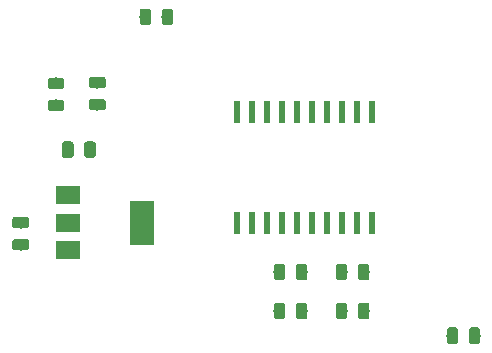
<source format=gbr>
G04 #@! TF.GenerationSoftware,KiCad,Pcbnew,(5.0.2)-1*
G04 #@! TF.CreationDate,2019-03-21T15:49:39-05:00*
G04 #@! TF.ProjectId,noname,6e6f6e61-6d65-42e6-9b69-6361645f7063,rev?*
G04 #@! TF.SameCoordinates,Original*
G04 #@! TF.FileFunction,Paste,Bot*
G04 #@! TF.FilePolarity,Positive*
%FSLAX46Y46*%
G04 Gerber Fmt 4.6, Leading zero omitted, Abs format (unit mm)*
G04 Created by KiCad (PCBNEW (5.0.2)-1) date 3/21/2019 3:49:39 PM*
%MOMM*%
%LPD*%
G01*
G04 APERTURE LIST*
%ADD10C,0.100000*%
%ADD11C,0.975000*%
%ADD12R,2.000000X3.800000*%
%ADD13R,2.000000X1.500000*%
%ADD14R,0.600000X1.950000*%
G04 APERTURE END LIST*
D10*
G04 #@! TO.C,C10*
G36*
X151830142Y-97551174D02*
X151853803Y-97554684D01*
X151877007Y-97560496D01*
X151899529Y-97568554D01*
X151921153Y-97578782D01*
X151941670Y-97591079D01*
X151960883Y-97605329D01*
X151978607Y-97621393D01*
X151994671Y-97639117D01*
X152008921Y-97658330D01*
X152021218Y-97678847D01*
X152031446Y-97700471D01*
X152039504Y-97722993D01*
X152045316Y-97746197D01*
X152048826Y-97769858D01*
X152050000Y-97793750D01*
X152050000Y-98706250D01*
X152048826Y-98730142D01*
X152045316Y-98753803D01*
X152039504Y-98777007D01*
X152031446Y-98799529D01*
X152021218Y-98821153D01*
X152008921Y-98841670D01*
X151994671Y-98860883D01*
X151978607Y-98878607D01*
X151960883Y-98894671D01*
X151941670Y-98908921D01*
X151921153Y-98921218D01*
X151899529Y-98931446D01*
X151877007Y-98939504D01*
X151853803Y-98945316D01*
X151830142Y-98948826D01*
X151806250Y-98950000D01*
X151318750Y-98950000D01*
X151294858Y-98948826D01*
X151271197Y-98945316D01*
X151247993Y-98939504D01*
X151225471Y-98931446D01*
X151203847Y-98921218D01*
X151183330Y-98908921D01*
X151164117Y-98894671D01*
X151146393Y-98878607D01*
X151130329Y-98860883D01*
X151116079Y-98841670D01*
X151103782Y-98821153D01*
X151093554Y-98799529D01*
X151085496Y-98777007D01*
X151079684Y-98753803D01*
X151076174Y-98730142D01*
X151075000Y-98706250D01*
X151075000Y-97793750D01*
X151076174Y-97769858D01*
X151079684Y-97746197D01*
X151085496Y-97722993D01*
X151093554Y-97700471D01*
X151103782Y-97678847D01*
X151116079Y-97658330D01*
X151130329Y-97639117D01*
X151146393Y-97621393D01*
X151164117Y-97605329D01*
X151183330Y-97591079D01*
X151203847Y-97578782D01*
X151225471Y-97568554D01*
X151247993Y-97560496D01*
X151271197Y-97554684D01*
X151294858Y-97551174D01*
X151318750Y-97550000D01*
X151806250Y-97550000D01*
X151830142Y-97551174D01*
X151830142Y-97551174D01*
G37*
D11*
X151562500Y-98250000D03*
D10*
G36*
X153705142Y-97551174D02*
X153728803Y-97554684D01*
X153752007Y-97560496D01*
X153774529Y-97568554D01*
X153796153Y-97578782D01*
X153816670Y-97591079D01*
X153835883Y-97605329D01*
X153853607Y-97621393D01*
X153869671Y-97639117D01*
X153883921Y-97658330D01*
X153896218Y-97678847D01*
X153906446Y-97700471D01*
X153914504Y-97722993D01*
X153920316Y-97746197D01*
X153923826Y-97769858D01*
X153925000Y-97793750D01*
X153925000Y-98706250D01*
X153923826Y-98730142D01*
X153920316Y-98753803D01*
X153914504Y-98777007D01*
X153906446Y-98799529D01*
X153896218Y-98821153D01*
X153883921Y-98841670D01*
X153869671Y-98860883D01*
X153853607Y-98878607D01*
X153835883Y-98894671D01*
X153816670Y-98908921D01*
X153796153Y-98921218D01*
X153774529Y-98931446D01*
X153752007Y-98939504D01*
X153728803Y-98945316D01*
X153705142Y-98948826D01*
X153681250Y-98950000D01*
X153193750Y-98950000D01*
X153169858Y-98948826D01*
X153146197Y-98945316D01*
X153122993Y-98939504D01*
X153100471Y-98931446D01*
X153078847Y-98921218D01*
X153058330Y-98908921D01*
X153039117Y-98894671D01*
X153021393Y-98878607D01*
X153005329Y-98860883D01*
X152991079Y-98841670D01*
X152978782Y-98821153D01*
X152968554Y-98799529D01*
X152960496Y-98777007D01*
X152954684Y-98753803D01*
X152951174Y-98730142D01*
X152950000Y-98706250D01*
X152950000Y-97793750D01*
X152951174Y-97769858D01*
X152954684Y-97746197D01*
X152960496Y-97722993D01*
X152968554Y-97700471D01*
X152978782Y-97678847D01*
X152991079Y-97658330D01*
X153005329Y-97639117D01*
X153021393Y-97621393D01*
X153039117Y-97605329D01*
X153058330Y-97591079D01*
X153078847Y-97578782D01*
X153100471Y-97568554D01*
X153122993Y-97560496D01*
X153146197Y-97554684D01*
X153169858Y-97551174D01*
X153193750Y-97550000D01*
X153681250Y-97550000D01*
X153705142Y-97551174D01*
X153705142Y-97551174D01*
G37*
D11*
X153437500Y-98250000D03*
G04 #@! TD*
D10*
G04 #@! TO.C,C14*
G36*
X118480142Y-76388674D02*
X118503803Y-76392184D01*
X118527007Y-76397996D01*
X118549529Y-76406054D01*
X118571153Y-76416282D01*
X118591670Y-76428579D01*
X118610883Y-76442829D01*
X118628607Y-76458893D01*
X118644671Y-76476617D01*
X118658921Y-76495830D01*
X118671218Y-76516347D01*
X118681446Y-76537971D01*
X118689504Y-76560493D01*
X118695316Y-76583697D01*
X118698826Y-76607358D01*
X118700000Y-76631250D01*
X118700000Y-77118750D01*
X118698826Y-77142642D01*
X118695316Y-77166303D01*
X118689504Y-77189507D01*
X118681446Y-77212029D01*
X118671218Y-77233653D01*
X118658921Y-77254170D01*
X118644671Y-77273383D01*
X118628607Y-77291107D01*
X118610883Y-77307171D01*
X118591670Y-77321421D01*
X118571153Y-77333718D01*
X118549529Y-77343946D01*
X118527007Y-77352004D01*
X118503803Y-77357816D01*
X118480142Y-77361326D01*
X118456250Y-77362500D01*
X117543750Y-77362500D01*
X117519858Y-77361326D01*
X117496197Y-77357816D01*
X117472993Y-77352004D01*
X117450471Y-77343946D01*
X117428847Y-77333718D01*
X117408330Y-77321421D01*
X117389117Y-77307171D01*
X117371393Y-77291107D01*
X117355329Y-77273383D01*
X117341079Y-77254170D01*
X117328782Y-77233653D01*
X117318554Y-77212029D01*
X117310496Y-77189507D01*
X117304684Y-77166303D01*
X117301174Y-77142642D01*
X117300000Y-77118750D01*
X117300000Y-76631250D01*
X117301174Y-76607358D01*
X117304684Y-76583697D01*
X117310496Y-76560493D01*
X117318554Y-76537971D01*
X117328782Y-76516347D01*
X117341079Y-76495830D01*
X117355329Y-76476617D01*
X117371393Y-76458893D01*
X117389117Y-76442829D01*
X117408330Y-76428579D01*
X117428847Y-76416282D01*
X117450471Y-76406054D01*
X117472993Y-76397996D01*
X117496197Y-76392184D01*
X117519858Y-76388674D01*
X117543750Y-76387500D01*
X118456250Y-76387500D01*
X118480142Y-76388674D01*
X118480142Y-76388674D01*
G37*
D11*
X118000000Y-76875000D03*
D10*
G36*
X118480142Y-78263674D02*
X118503803Y-78267184D01*
X118527007Y-78272996D01*
X118549529Y-78281054D01*
X118571153Y-78291282D01*
X118591670Y-78303579D01*
X118610883Y-78317829D01*
X118628607Y-78333893D01*
X118644671Y-78351617D01*
X118658921Y-78370830D01*
X118671218Y-78391347D01*
X118681446Y-78412971D01*
X118689504Y-78435493D01*
X118695316Y-78458697D01*
X118698826Y-78482358D01*
X118700000Y-78506250D01*
X118700000Y-78993750D01*
X118698826Y-79017642D01*
X118695316Y-79041303D01*
X118689504Y-79064507D01*
X118681446Y-79087029D01*
X118671218Y-79108653D01*
X118658921Y-79129170D01*
X118644671Y-79148383D01*
X118628607Y-79166107D01*
X118610883Y-79182171D01*
X118591670Y-79196421D01*
X118571153Y-79208718D01*
X118549529Y-79218946D01*
X118527007Y-79227004D01*
X118503803Y-79232816D01*
X118480142Y-79236326D01*
X118456250Y-79237500D01*
X117543750Y-79237500D01*
X117519858Y-79236326D01*
X117496197Y-79232816D01*
X117472993Y-79227004D01*
X117450471Y-79218946D01*
X117428847Y-79208718D01*
X117408330Y-79196421D01*
X117389117Y-79182171D01*
X117371393Y-79166107D01*
X117355329Y-79148383D01*
X117341079Y-79129170D01*
X117328782Y-79108653D01*
X117318554Y-79087029D01*
X117310496Y-79064507D01*
X117304684Y-79041303D01*
X117301174Y-79017642D01*
X117300000Y-78993750D01*
X117300000Y-78506250D01*
X117301174Y-78482358D01*
X117304684Y-78458697D01*
X117310496Y-78435493D01*
X117318554Y-78412971D01*
X117328782Y-78391347D01*
X117341079Y-78370830D01*
X117355329Y-78351617D01*
X117371393Y-78333893D01*
X117389117Y-78317829D01*
X117408330Y-78303579D01*
X117428847Y-78291282D01*
X117450471Y-78281054D01*
X117472993Y-78272996D01*
X117496197Y-78267184D01*
X117519858Y-78263674D01*
X117543750Y-78262500D01*
X118456250Y-78262500D01*
X118480142Y-78263674D01*
X118480142Y-78263674D01*
G37*
D11*
X118000000Y-78750000D03*
G04 #@! TD*
D10*
G04 #@! TO.C,C15*
G36*
X121980142Y-76326174D02*
X122003803Y-76329684D01*
X122027007Y-76335496D01*
X122049529Y-76343554D01*
X122071153Y-76353782D01*
X122091670Y-76366079D01*
X122110883Y-76380329D01*
X122128607Y-76396393D01*
X122144671Y-76414117D01*
X122158921Y-76433330D01*
X122171218Y-76453847D01*
X122181446Y-76475471D01*
X122189504Y-76497993D01*
X122195316Y-76521197D01*
X122198826Y-76544858D01*
X122200000Y-76568750D01*
X122200000Y-77056250D01*
X122198826Y-77080142D01*
X122195316Y-77103803D01*
X122189504Y-77127007D01*
X122181446Y-77149529D01*
X122171218Y-77171153D01*
X122158921Y-77191670D01*
X122144671Y-77210883D01*
X122128607Y-77228607D01*
X122110883Y-77244671D01*
X122091670Y-77258921D01*
X122071153Y-77271218D01*
X122049529Y-77281446D01*
X122027007Y-77289504D01*
X122003803Y-77295316D01*
X121980142Y-77298826D01*
X121956250Y-77300000D01*
X121043750Y-77300000D01*
X121019858Y-77298826D01*
X120996197Y-77295316D01*
X120972993Y-77289504D01*
X120950471Y-77281446D01*
X120928847Y-77271218D01*
X120908330Y-77258921D01*
X120889117Y-77244671D01*
X120871393Y-77228607D01*
X120855329Y-77210883D01*
X120841079Y-77191670D01*
X120828782Y-77171153D01*
X120818554Y-77149529D01*
X120810496Y-77127007D01*
X120804684Y-77103803D01*
X120801174Y-77080142D01*
X120800000Y-77056250D01*
X120800000Y-76568750D01*
X120801174Y-76544858D01*
X120804684Y-76521197D01*
X120810496Y-76497993D01*
X120818554Y-76475471D01*
X120828782Y-76453847D01*
X120841079Y-76433330D01*
X120855329Y-76414117D01*
X120871393Y-76396393D01*
X120889117Y-76380329D01*
X120908330Y-76366079D01*
X120928847Y-76353782D01*
X120950471Y-76343554D01*
X120972993Y-76335496D01*
X120996197Y-76329684D01*
X121019858Y-76326174D01*
X121043750Y-76325000D01*
X121956250Y-76325000D01*
X121980142Y-76326174D01*
X121980142Y-76326174D01*
G37*
D11*
X121500000Y-76812500D03*
D10*
G36*
X121980142Y-78201174D02*
X122003803Y-78204684D01*
X122027007Y-78210496D01*
X122049529Y-78218554D01*
X122071153Y-78228782D01*
X122091670Y-78241079D01*
X122110883Y-78255329D01*
X122128607Y-78271393D01*
X122144671Y-78289117D01*
X122158921Y-78308330D01*
X122171218Y-78328847D01*
X122181446Y-78350471D01*
X122189504Y-78372993D01*
X122195316Y-78396197D01*
X122198826Y-78419858D01*
X122200000Y-78443750D01*
X122200000Y-78931250D01*
X122198826Y-78955142D01*
X122195316Y-78978803D01*
X122189504Y-79002007D01*
X122181446Y-79024529D01*
X122171218Y-79046153D01*
X122158921Y-79066670D01*
X122144671Y-79085883D01*
X122128607Y-79103607D01*
X122110883Y-79119671D01*
X122091670Y-79133921D01*
X122071153Y-79146218D01*
X122049529Y-79156446D01*
X122027007Y-79164504D01*
X122003803Y-79170316D01*
X121980142Y-79173826D01*
X121956250Y-79175000D01*
X121043750Y-79175000D01*
X121019858Y-79173826D01*
X120996197Y-79170316D01*
X120972993Y-79164504D01*
X120950471Y-79156446D01*
X120928847Y-79146218D01*
X120908330Y-79133921D01*
X120889117Y-79119671D01*
X120871393Y-79103607D01*
X120855329Y-79085883D01*
X120841079Y-79066670D01*
X120828782Y-79046153D01*
X120818554Y-79024529D01*
X120810496Y-79002007D01*
X120804684Y-78978803D01*
X120801174Y-78955142D01*
X120800000Y-78931250D01*
X120800000Y-78443750D01*
X120801174Y-78419858D01*
X120804684Y-78396197D01*
X120810496Y-78372993D01*
X120818554Y-78350471D01*
X120828782Y-78328847D01*
X120841079Y-78308330D01*
X120855329Y-78289117D01*
X120871393Y-78271393D01*
X120889117Y-78255329D01*
X120908330Y-78241079D01*
X120928847Y-78228782D01*
X120950471Y-78218554D01*
X120972993Y-78210496D01*
X120996197Y-78204684D01*
X121019858Y-78201174D01*
X121043750Y-78200000D01*
X121956250Y-78200000D01*
X121980142Y-78201174D01*
X121980142Y-78201174D01*
G37*
D11*
X121500000Y-78687500D03*
G04 #@! TD*
D10*
G04 #@! TO.C,C17*
G36*
X115480142Y-88183674D02*
X115503803Y-88187184D01*
X115527007Y-88192996D01*
X115549529Y-88201054D01*
X115571153Y-88211282D01*
X115591670Y-88223579D01*
X115610883Y-88237829D01*
X115628607Y-88253893D01*
X115644671Y-88271617D01*
X115658921Y-88290830D01*
X115671218Y-88311347D01*
X115681446Y-88332971D01*
X115689504Y-88355493D01*
X115695316Y-88378697D01*
X115698826Y-88402358D01*
X115700000Y-88426250D01*
X115700000Y-88913750D01*
X115698826Y-88937642D01*
X115695316Y-88961303D01*
X115689504Y-88984507D01*
X115681446Y-89007029D01*
X115671218Y-89028653D01*
X115658921Y-89049170D01*
X115644671Y-89068383D01*
X115628607Y-89086107D01*
X115610883Y-89102171D01*
X115591670Y-89116421D01*
X115571153Y-89128718D01*
X115549529Y-89138946D01*
X115527007Y-89147004D01*
X115503803Y-89152816D01*
X115480142Y-89156326D01*
X115456250Y-89157500D01*
X114543750Y-89157500D01*
X114519858Y-89156326D01*
X114496197Y-89152816D01*
X114472993Y-89147004D01*
X114450471Y-89138946D01*
X114428847Y-89128718D01*
X114408330Y-89116421D01*
X114389117Y-89102171D01*
X114371393Y-89086107D01*
X114355329Y-89068383D01*
X114341079Y-89049170D01*
X114328782Y-89028653D01*
X114318554Y-89007029D01*
X114310496Y-88984507D01*
X114304684Y-88961303D01*
X114301174Y-88937642D01*
X114300000Y-88913750D01*
X114300000Y-88426250D01*
X114301174Y-88402358D01*
X114304684Y-88378697D01*
X114310496Y-88355493D01*
X114318554Y-88332971D01*
X114328782Y-88311347D01*
X114341079Y-88290830D01*
X114355329Y-88271617D01*
X114371393Y-88253893D01*
X114389117Y-88237829D01*
X114408330Y-88223579D01*
X114428847Y-88211282D01*
X114450471Y-88201054D01*
X114472993Y-88192996D01*
X114496197Y-88187184D01*
X114519858Y-88183674D01*
X114543750Y-88182500D01*
X115456250Y-88182500D01*
X115480142Y-88183674D01*
X115480142Y-88183674D01*
G37*
D11*
X115000000Y-88670000D03*
D10*
G36*
X115480142Y-90058674D02*
X115503803Y-90062184D01*
X115527007Y-90067996D01*
X115549529Y-90076054D01*
X115571153Y-90086282D01*
X115591670Y-90098579D01*
X115610883Y-90112829D01*
X115628607Y-90128893D01*
X115644671Y-90146617D01*
X115658921Y-90165830D01*
X115671218Y-90186347D01*
X115681446Y-90207971D01*
X115689504Y-90230493D01*
X115695316Y-90253697D01*
X115698826Y-90277358D01*
X115700000Y-90301250D01*
X115700000Y-90788750D01*
X115698826Y-90812642D01*
X115695316Y-90836303D01*
X115689504Y-90859507D01*
X115681446Y-90882029D01*
X115671218Y-90903653D01*
X115658921Y-90924170D01*
X115644671Y-90943383D01*
X115628607Y-90961107D01*
X115610883Y-90977171D01*
X115591670Y-90991421D01*
X115571153Y-91003718D01*
X115549529Y-91013946D01*
X115527007Y-91022004D01*
X115503803Y-91027816D01*
X115480142Y-91031326D01*
X115456250Y-91032500D01*
X114543750Y-91032500D01*
X114519858Y-91031326D01*
X114496197Y-91027816D01*
X114472993Y-91022004D01*
X114450471Y-91013946D01*
X114428847Y-91003718D01*
X114408330Y-90991421D01*
X114389117Y-90977171D01*
X114371393Y-90961107D01*
X114355329Y-90943383D01*
X114341079Y-90924170D01*
X114328782Y-90903653D01*
X114318554Y-90882029D01*
X114310496Y-90859507D01*
X114304684Y-90836303D01*
X114301174Y-90812642D01*
X114300000Y-90788750D01*
X114300000Y-90301250D01*
X114301174Y-90277358D01*
X114304684Y-90253697D01*
X114310496Y-90230493D01*
X114318554Y-90207971D01*
X114328782Y-90186347D01*
X114341079Y-90165830D01*
X114355329Y-90146617D01*
X114371393Y-90128893D01*
X114389117Y-90112829D01*
X114408330Y-90098579D01*
X114428847Y-90086282D01*
X114450471Y-90076054D01*
X114472993Y-90067996D01*
X114496197Y-90062184D01*
X114519858Y-90058674D01*
X114543750Y-90057500D01*
X115456250Y-90057500D01*
X115480142Y-90058674D01*
X115480142Y-90058674D01*
G37*
D11*
X115000000Y-90545000D03*
G04 #@! TD*
D10*
G04 #@! TO.C,C18*
G36*
X144317642Y-92151174D02*
X144341303Y-92154684D01*
X144364507Y-92160496D01*
X144387029Y-92168554D01*
X144408653Y-92178782D01*
X144429170Y-92191079D01*
X144448383Y-92205329D01*
X144466107Y-92221393D01*
X144482171Y-92239117D01*
X144496421Y-92258330D01*
X144508718Y-92278847D01*
X144518946Y-92300471D01*
X144527004Y-92322993D01*
X144532816Y-92346197D01*
X144536326Y-92369858D01*
X144537500Y-92393750D01*
X144537500Y-93306250D01*
X144536326Y-93330142D01*
X144532816Y-93353803D01*
X144527004Y-93377007D01*
X144518946Y-93399529D01*
X144508718Y-93421153D01*
X144496421Y-93441670D01*
X144482171Y-93460883D01*
X144466107Y-93478607D01*
X144448383Y-93494671D01*
X144429170Y-93508921D01*
X144408653Y-93521218D01*
X144387029Y-93531446D01*
X144364507Y-93539504D01*
X144341303Y-93545316D01*
X144317642Y-93548826D01*
X144293750Y-93550000D01*
X143806250Y-93550000D01*
X143782358Y-93548826D01*
X143758697Y-93545316D01*
X143735493Y-93539504D01*
X143712971Y-93531446D01*
X143691347Y-93521218D01*
X143670830Y-93508921D01*
X143651617Y-93494671D01*
X143633893Y-93478607D01*
X143617829Y-93460883D01*
X143603579Y-93441670D01*
X143591282Y-93421153D01*
X143581054Y-93399529D01*
X143572996Y-93377007D01*
X143567184Y-93353803D01*
X143563674Y-93330142D01*
X143562500Y-93306250D01*
X143562500Y-92393750D01*
X143563674Y-92369858D01*
X143567184Y-92346197D01*
X143572996Y-92322993D01*
X143581054Y-92300471D01*
X143591282Y-92278847D01*
X143603579Y-92258330D01*
X143617829Y-92239117D01*
X143633893Y-92221393D01*
X143651617Y-92205329D01*
X143670830Y-92191079D01*
X143691347Y-92178782D01*
X143712971Y-92168554D01*
X143735493Y-92160496D01*
X143758697Y-92154684D01*
X143782358Y-92151174D01*
X143806250Y-92150000D01*
X144293750Y-92150000D01*
X144317642Y-92151174D01*
X144317642Y-92151174D01*
G37*
D11*
X144050000Y-92850000D03*
D10*
G36*
X142442642Y-92151174D02*
X142466303Y-92154684D01*
X142489507Y-92160496D01*
X142512029Y-92168554D01*
X142533653Y-92178782D01*
X142554170Y-92191079D01*
X142573383Y-92205329D01*
X142591107Y-92221393D01*
X142607171Y-92239117D01*
X142621421Y-92258330D01*
X142633718Y-92278847D01*
X142643946Y-92300471D01*
X142652004Y-92322993D01*
X142657816Y-92346197D01*
X142661326Y-92369858D01*
X142662500Y-92393750D01*
X142662500Y-93306250D01*
X142661326Y-93330142D01*
X142657816Y-93353803D01*
X142652004Y-93377007D01*
X142643946Y-93399529D01*
X142633718Y-93421153D01*
X142621421Y-93441670D01*
X142607171Y-93460883D01*
X142591107Y-93478607D01*
X142573383Y-93494671D01*
X142554170Y-93508921D01*
X142533653Y-93521218D01*
X142512029Y-93531446D01*
X142489507Y-93539504D01*
X142466303Y-93545316D01*
X142442642Y-93548826D01*
X142418750Y-93550000D01*
X141931250Y-93550000D01*
X141907358Y-93548826D01*
X141883697Y-93545316D01*
X141860493Y-93539504D01*
X141837971Y-93531446D01*
X141816347Y-93521218D01*
X141795830Y-93508921D01*
X141776617Y-93494671D01*
X141758893Y-93478607D01*
X141742829Y-93460883D01*
X141728579Y-93441670D01*
X141716282Y-93421153D01*
X141706054Y-93399529D01*
X141697996Y-93377007D01*
X141692184Y-93353803D01*
X141688674Y-93330142D01*
X141687500Y-93306250D01*
X141687500Y-92393750D01*
X141688674Y-92369858D01*
X141692184Y-92346197D01*
X141697996Y-92322993D01*
X141706054Y-92300471D01*
X141716282Y-92278847D01*
X141728579Y-92258330D01*
X141742829Y-92239117D01*
X141758893Y-92221393D01*
X141776617Y-92205329D01*
X141795830Y-92191079D01*
X141816347Y-92178782D01*
X141837971Y-92168554D01*
X141860493Y-92160496D01*
X141883697Y-92154684D01*
X141907358Y-92151174D01*
X141931250Y-92150000D01*
X142418750Y-92150000D01*
X142442642Y-92151174D01*
X142442642Y-92151174D01*
G37*
D11*
X142175000Y-92850000D03*
G04 #@! TD*
D10*
G04 #@! TO.C,C19*
G36*
X142442642Y-95451174D02*
X142466303Y-95454684D01*
X142489507Y-95460496D01*
X142512029Y-95468554D01*
X142533653Y-95478782D01*
X142554170Y-95491079D01*
X142573383Y-95505329D01*
X142591107Y-95521393D01*
X142607171Y-95539117D01*
X142621421Y-95558330D01*
X142633718Y-95578847D01*
X142643946Y-95600471D01*
X142652004Y-95622993D01*
X142657816Y-95646197D01*
X142661326Y-95669858D01*
X142662500Y-95693750D01*
X142662500Y-96606250D01*
X142661326Y-96630142D01*
X142657816Y-96653803D01*
X142652004Y-96677007D01*
X142643946Y-96699529D01*
X142633718Y-96721153D01*
X142621421Y-96741670D01*
X142607171Y-96760883D01*
X142591107Y-96778607D01*
X142573383Y-96794671D01*
X142554170Y-96808921D01*
X142533653Y-96821218D01*
X142512029Y-96831446D01*
X142489507Y-96839504D01*
X142466303Y-96845316D01*
X142442642Y-96848826D01*
X142418750Y-96850000D01*
X141931250Y-96850000D01*
X141907358Y-96848826D01*
X141883697Y-96845316D01*
X141860493Y-96839504D01*
X141837971Y-96831446D01*
X141816347Y-96821218D01*
X141795830Y-96808921D01*
X141776617Y-96794671D01*
X141758893Y-96778607D01*
X141742829Y-96760883D01*
X141728579Y-96741670D01*
X141716282Y-96721153D01*
X141706054Y-96699529D01*
X141697996Y-96677007D01*
X141692184Y-96653803D01*
X141688674Y-96630142D01*
X141687500Y-96606250D01*
X141687500Y-95693750D01*
X141688674Y-95669858D01*
X141692184Y-95646197D01*
X141697996Y-95622993D01*
X141706054Y-95600471D01*
X141716282Y-95578847D01*
X141728579Y-95558330D01*
X141742829Y-95539117D01*
X141758893Y-95521393D01*
X141776617Y-95505329D01*
X141795830Y-95491079D01*
X141816347Y-95478782D01*
X141837971Y-95468554D01*
X141860493Y-95460496D01*
X141883697Y-95454684D01*
X141907358Y-95451174D01*
X141931250Y-95450000D01*
X142418750Y-95450000D01*
X142442642Y-95451174D01*
X142442642Y-95451174D01*
G37*
D11*
X142175000Y-96150000D03*
D10*
G36*
X144317642Y-95451174D02*
X144341303Y-95454684D01*
X144364507Y-95460496D01*
X144387029Y-95468554D01*
X144408653Y-95478782D01*
X144429170Y-95491079D01*
X144448383Y-95505329D01*
X144466107Y-95521393D01*
X144482171Y-95539117D01*
X144496421Y-95558330D01*
X144508718Y-95578847D01*
X144518946Y-95600471D01*
X144527004Y-95622993D01*
X144532816Y-95646197D01*
X144536326Y-95669858D01*
X144537500Y-95693750D01*
X144537500Y-96606250D01*
X144536326Y-96630142D01*
X144532816Y-96653803D01*
X144527004Y-96677007D01*
X144518946Y-96699529D01*
X144508718Y-96721153D01*
X144496421Y-96741670D01*
X144482171Y-96760883D01*
X144466107Y-96778607D01*
X144448383Y-96794671D01*
X144429170Y-96808921D01*
X144408653Y-96821218D01*
X144387029Y-96831446D01*
X144364507Y-96839504D01*
X144341303Y-96845316D01*
X144317642Y-96848826D01*
X144293750Y-96850000D01*
X143806250Y-96850000D01*
X143782358Y-96848826D01*
X143758697Y-96845316D01*
X143735493Y-96839504D01*
X143712971Y-96831446D01*
X143691347Y-96821218D01*
X143670830Y-96808921D01*
X143651617Y-96794671D01*
X143633893Y-96778607D01*
X143617829Y-96760883D01*
X143603579Y-96741670D01*
X143591282Y-96721153D01*
X143581054Y-96699529D01*
X143572996Y-96677007D01*
X143567184Y-96653803D01*
X143563674Y-96630142D01*
X143562500Y-96606250D01*
X143562500Y-95693750D01*
X143563674Y-95669858D01*
X143567184Y-95646197D01*
X143572996Y-95622993D01*
X143581054Y-95600471D01*
X143591282Y-95578847D01*
X143603579Y-95558330D01*
X143617829Y-95539117D01*
X143633893Y-95521393D01*
X143651617Y-95505329D01*
X143670830Y-95491079D01*
X143691347Y-95478782D01*
X143712971Y-95468554D01*
X143735493Y-95460496D01*
X143758697Y-95454684D01*
X143782358Y-95451174D01*
X143806250Y-95450000D01*
X144293750Y-95450000D01*
X144317642Y-95451174D01*
X144317642Y-95451174D01*
G37*
D11*
X144050000Y-96150000D03*
G04 #@! TD*
D10*
G04 #@! TO.C,C20*
G36*
X137184748Y-95452464D02*
X137208409Y-95455974D01*
X137231613Y-95461786D01*
X137254135Y-95469844D01*
X137275759Y-95480072D01*
X137296276Y-95492369D01*
X137315489Y-95506619D01*
X137333213Y-95522683D01*
X137349277Y-95540407D01*
X137363527Y-95559620D01*
X137375824Y-95580137D01*
X137386052Y-95601761D01*
X137394110Y-95624283D01*
X137399922Y-95647487D01*
X137403432Y-95671148D01*
X137404606Y-95695040D01*
X137404606Y-96607540D01*
X137403432Y-96631432D01*
X137399922Y-96655093D01*
X137394110Y-96678297D01*
X137386052Y-96700819D01*
X137375824Y-96722443D01*
X137363527Y-96742960D01*
X137349277Y-96762173D01*
X137333213Y-96779897D01*
X137315489Y-96795961D01*
X137296276Y-96810211D01*
X137275759Y-96822508D01*
X137254135Y-96832736D01*
X137231613Y-96840794D01*
X137208409Y-96846606D01*
X137184748Y-96850116D01*
X137160856Y-96851290D01*
X136673356Y-96851290D01*
X136649464Y-96850116D01*
X136625803Y-96846606D01*
X136602599Y-96840794D01*
X136580077Y-96832736D01*
X136558453Y-96822508D01*
X136537936Y-96810211D01*
X136518723Y-96795961D01*
X136500999Y-96779897D01*
X136484935Y-96762173D01*
X136470685Y-96742960D01*
X136458388Y-96722443D01*
X136448160Y-96700819D01*
X136440102Y-96678297D01*
X136434290Y-96655093D01*
X136430780Y-96631432D01*
X136429606Y-96607540D01*
X136429606Y-95695040D01*
X136430780Y-95671148D01*
X136434290Y-95647487D01*
X136440102Y-95624283D01*
X136448160Y-95601761D01*
X136458388Y-95580137D01*
X136470685Y-95559620D01*
X136484935Y-95540407D01*
X136500999Y-95522683D01*
X136518723Y-95506619D01*
X136537936Y-95492369D01*
X136558453Y-95480072D01*
X136580077Y-95469844D01*
X136602599Y-95461786D01*
X136625803Y-95455974D01*
X136649464Y-95452464D01*
X136673356Y-95451290D01*
X137160856Y-95451290D01*
X137184748Y-95452464D01*
X137184748Y-95452464D01*
G37*
D11*
X136917106Y-96151290D03*
D10*
G36*
X139059748Y-95452464D02*
X139083409Y-95455974D01*
X139106613Y-95461786D01*
X139129135Y-95469844D01*
X139150759Y-95480072D01*
X139171276Y-95492369D01*
X139190489Y-95506619D01*
X139208213Y-95522683D01*
X139224277Y-95540407D01*
X139238527Y-95559620D01*
X139250824Y-95580137D01*
X139261052Y-95601761D01*
X139269110Y-95624283D01*
X139274922Y-95647487D01*
X139278432Y-95671148D01*
X139279606Y-95695040D01*
X139279606Y-96607540D01*
X139278432Y-96631432D01*
X139274922Y-96655093D01*
X139269110Y-96678297D01*
X139261052Y-96700819D01*
X139250824Y-96722443D01*
X139238527Y-96742960D01*
X139224277Y-96762173D01*
X139208213Y-96779897D01*
X139190489Y-96795961D01*
X139171276Y-96810211D01*
X139150759Y-96822508D01*
X139129135Y-96832736D01*
X139106613Y-96840794D01*
X139083409Y-96846606D01*
X139059748Y-96850116D01*
X139035856Y-96851290D01*
X138548356Y-96851290D01*
X138524464Y-96850116D01*
X138500803Y-96846606D01*
X138477599Y-96840794D01*
X138455077Y-96832736D01*
X138433453Y-96822508D01*
X138412936Y-96810211D01*
X138393723Y-96795961D01*
X138375999Y-96779897D01*
X138359935Y-96762173D01*
X138345685Y-96742960D01*
X138333388Y-96722443D01*
X138323160Y-96700819D01*
X138315102Y-96678297D01*
X138309290Y-96655093D01*
X138305780Y-96631432D01*
X138304606Y-96607540D01*
X138304606Y-95695040D01*
X138305780Y-95671148D01*
X138309290Y-95647487D01*
X138315102Y-95624283D01*
X138323160Y-95601761D01*
X138333388Y-95580137D01*
X138345685Y-95559620D01*
X138359935Y-95540407D01*
X138375999Y-95522683D01*
X138393723Y-95506619D01*
X138412936Y-95492369D01*
X138433453Y-95480072D01*
X138455077Y-95469844D01*
X138477599Y-95461786D01*
X138500803Y-95455974D01*
X138524464Y-95452464D01*
X138548356Y-95451290D01*
X139035856Y-95451290D01*
X139059748Y-95452464D01*
X139059748Y-95452464D01*
G37*
D11*
X138792106Y-96151290D03*
G04 #@! TD*
D10*
G04 #@! TO.C,C21*
G36*
X139059748Y-92152464D02*
X139083409Y-92155974D01*
X139106613Y-92161786D01*
X139129135Y-92169844D01*
X139150759Y-92180072D01*
X139171276Y-92192369D01*
X139190489Y-92206619D01*
X139208213Y-92222683D01*
X139224277Y-92240407D01*
X139238527Y-92259620D01*
X139250824Y-92280137D01*
X139261052Y-92301761D01*
X139269110Y-92324283D01*
X139274922Y-92347487D01*
X139278432Y-92371148D01*
X139279606Y-92395040D01*
X139279606Y-93307540D01*
X139278432Y-93331432D01*
X139274922Y-93355093D01*
X139269110Y-93378297D01*
X139261052Y-93400819D01*
X139250824Y-93422443D01*
X139238527Y-93442960D01*
X139224277Y-93462173D01*
X139208213Y-93479897D01*
X139190489Y-93495961D01*
X139171276Y-93510211D01*
X139150759Y-93522508D01*
X139129135Y-93532736D01*
X139106613Y-93540794D01*
X139083409Y-93546606D01*
X139059748Y-93550116D01*
X139035856Y-93551290D01*
X138548356Y-93551290D01*
X138524464Y-93550116D01*
X138500803Y-93546606D01*
X138477599Y-93540794D01*
X138455077Y-93532736D01*
X138433453Y-93522508D01*
X138412936Y-93510211D01*
X138393723Y-93495961D01*
X138375999Y-93479897D01*
X138359935Y-93462173D01*
X138345685Y-93442960D01*
X138333388Y-93422443D01*
X138323160Y-93400819D01*
X138315102Y-93378297D01*
X138309290Y-93355093D01*
X138305780Y-93331432D01*
X138304606Y-93307540D01*
X138304606Y-92395040D01*
X138305780Y-92371148D01*
X138309290Y-92347487D01*
X138315102Y-92324283D01*
X138323160Y-92301761D01*
X138333388Y-92280137D01*
X138345685Y-92259620D01*
X138359935Y-92240407D01*
X138375999Y-92222683D01*
X138393723Y-92206619D01*
X138412936Y-92192369D01*
X138433453Y-92180072D01*
X138455077Y-92169844D01*
X138477599Y-92161786D01*
X138500803Y-92155974D01*
X138524464Y-92152464D01*
X138548356Y-92151290D01*
X139035856Y-92151290D01*
X139059748Y-92152464D01*
X139059748Y-92152464D01*
G37*
D11*
X138792106Y-92851290D03*
D10*
G36*
X137184748Y-92152464D02*
X137208409Y-92155974D01*
X137231613Y-92161786D01*
X137254135Y-92169844D01*
X137275759Y-92180072D01*
X137296276Y-92192369D01*
X137315489Y-92206619D01*
X137333213Y-92222683D01*
X137349277Y-92240407D01*
X137363527Y-92259620D01*
X137375824Y-92280137D01*
X137386052Y-92301761D01*
X137394110Y-92324283D01*
X137399922Y-92347487D01*
X137403432Y-92371148D01*
X137404606Y-92395040D01*
X137404606Y-93307540D01*
X137403432Y-93331432D01*
X137399922Y-93355093D01*
X137394110Y-93378297D01*
X137386052Y-93400819D01*
X137375824Y-93422443D01*
X137363527Y-93442960D01*
X137349277Y-93462173D01*
X137333213Y-93479897D01*
X137315489Y-93495961D01*
X137296276Y-93510211D01*
X137275759Y-93522508D01*
X137254135Y-93532736D01*
X137231613Y-93540794D01*
X137208409Y-93546606D01*
X137184748Y-93550116D01*
X137160856Y-93551290D01*
X136673356Y-93551290D01*
X136649464Y-93550116D01*
X136625803Y-93546606D01*
X136602599Y-93540794D01*
X136580077Y-93532736D01*
X136558453Y-93522508D01*
X136537936Y-93510211D01*
X136518723Y-93495961D01*
X136500999Y-93479897D01*
X136484935Y-93462173D01*
X136470685Y-93442960D01*
X136458388Y-93422443D01*
X136448160Y-93400819D01*
X136440102Y-93378297D01*
X136434290Y-93355093D01*
X136430780Y-93331432D01*
X136429606Y-93307540D01*
X136429606Y-92395040D01*
X136430780Y-92371148D01*
X136434290Y-92347487D01*
X136440102Y-92324283D01*
X136448160Y-92301761D01*
X136458388Y-92280137D01*
X136470685Y-92259620D01*
X136484935Y-92240407D01*
X136500999Y-92222683D01*
X136518723Y-92206619D01*
X136537936Y-92192369D01*
X136558453Y-92180072D01*
X136580077Y-92169844D01*
X136602599Y-92161786D01*
X136625803Y-92155974D01*
X136649464Y-92152464D01*
X136673356Y-92151290D01*
X137160856Y-92151290D01*
X137184748Y-92152464D01*
X137184748Y-92152464D01*
G37*
D11*
X136917106Y-92851290D03*
G04 #@! TD*
D10*
G04 #@! TO.C,D1*
G36*
X125830142Y-70551174D02*
X125853803Y-70554684D01*
X125877007Y-70560496D01*
X125899529Y-70568554D01*
X125921153Y-70578782D01*
X125941670Y-70591079D01*
X125960883Y-70605329D01*
X125978607Y-70621393D01*
X125994671Y-70639117D01*
X126008921Y-70658330D01*
X126021218Y-70678847D01*
X126031446Y-70700471D01*
X126039504Y-70722993D01*
X126045316Y-70746197D01*
X126048826Y-70769858D01*
X126050000Y-70793750D01*
X126050000Y-71706250D01*
X126048826Y-71730142D01*
X126045316Y-71753803D01*
X126039504Y-71777007D01*
X126031446Y-71799529D01*
X126021218Y-71821153D01*
X126008921Y-71841670D01*
X125994671Y-71860883D01*
X125978607Y-71878607D01*
X125960883Y-71894671D01*
X125941670Y-71908921D01*
X125921153Y-71921218D01*
X125899529Y-71931446D01*
X125877007Y-71939504D01*
X125853803Y-71945316D01*
X125830142Y-71948826D01*
X125806250Y-71950000D01*
X125318750Y-71950000D01*
X125294858Y-71948826D01*
X125271197Y-71945316D01*
X125247993Y-71939504D01*
X125225471Y-71931446D01*
X125203847Y-71921218D01*
X125183330Y-71908921D01*
X125164117Y-71894671D01*
X125146393Y-71878607D01*
X125130329Y-71860883D01*
X125116079Y-71841670D01*
X125103782Y-71821153D01*
X125093554Y-71799529D01*
X125085496Y-71777007D01*
X125079684Y-71753803D01*
X125076174Y-71730142D01*
X125075000Y-71706250D01*
X125075000Y-70793750D01*
X125076174Y-70769858D01*
X125079684Y-70746197D01*
X125085496Y-70722993D01*
X125093554Y-70700471D01*
X125103782Y-70678847D01*
X125116079Y-70658330D01*
X125130329Y-70639117D01*
X125146393Y-70621393D01*
X125164117Y-70605329D01*
X125183330Y-70591079D01*
X125203847Y-70578782D01*
X125225471Y-70568554D01*
X125247993Y-70560496D01*
X125271197Y-70554684D01*
X125294858Y-70551174D01*
X125318750Y-70550000D01*
X125806250Y-70550000D01*
X125830142Y-70551174D01*
X125830142Y-70551174D01*
G37*
D11*
X125562500Y-71250000D03*
D10*
G36*
X127705142Y-70551174D02*
X127728803Y-70554684D01*
X127752007Y-70560496D01*
X127774529Y-70568554D01*
X127796153Y-70578782D01*
X127816670Y-70591079D01*
X127835883Y-70605329D01*
X127853607Y-70621393D01*
X127869671Y-70639117D01*
X127883921Y-70658330D01*
X127896218Y-70678847D01*
X127906446Y-70700471D01*
X127914504Y-70722993D01*
X127920316Y-70746197D01*
X127923826Y-70769858D01*
X127925000Y-70793750D01*
X127925000Y-71706250D01*
X127923826Y-71730142D01*
X127920316Y-71753803D01*
X127914504Y-71777007D01*
X127906446Y-71799529D01*
X127896218Y-71821153D01*
X127883921Y-71841670D01*
X127869671Y-71860883D01*
X127853607Y-71878607D01*
X127835883Y-71894671D01*
X127816670Y-71908921D01*
X127796153Y-71921218D01*
X127774529Y-71931446D01*
X127752007Y-71939504D01*
X127728803Y-71945316D01*
X127705142Y-71948826D01*
X127681250Y-71950000D01*
X127193750Y-71950000D01*
X127169858Y-71948826D01*
X127146197Y-71945316D01*
X127122993Y-71939504D01*
X127100471Y-71931446D01*
X127078847Y-71921218D01*
X127058330Y-71908921D01*
X127039117Y-71894671D01*
X127021393Y-71878607D01*
X127005329Y-71860883D01*
X126991079Y-71841670D01*
X126978782Y-71821153D01*
X126968554Y-71799529D01*
X126960496Y-71777007D01*
X126954684Y-71753803D01*
X126951174Y-71730142D01*
X126950000Y-71706250D01*
X126950000Y-70793750D01*
X126951174Y-70769858D01*
X126954684Y-70746197D01*
X126960496Y-70722993D01*
X126968554Y-70700471D01*
X126978782Y-70678847D01*
X126991079Y-70658330D01*
X127005329Y-70639117D01*
X127021393Y-70621393D01*
X127039117Y-70605329D01*
X127058330Y-70591079D01*
X127078847Y-70578782D01*
X127100471Y-70568554D01*
X127122993Y-70560496D01*
X127146197Y-70554684D01*
X127169858Y-70551174D01*
X127193750Y-70550000D01*
X127681250Y-70550000D01*
X127705142Y-70551174D01*
X127705142Y-70551174D01*
G37*
D11*
X127437500Y-71250000D03*
G04 #@! TD*
D10*
G04 #@! TO.C,R1*
G36*
X119267642Y-81801174D02*
X119291303Y-81804684D01*
X119314507Y-81810496D01*
X119337029Y-81818554D01*
X119358653Y-81828782D01*
X119379170Y-81841079D01*
X119398383Y-81855329D01*
X119416107Y-81871393D01*
X119432171Y-81889117D01*
X119446421Y-81908330D01*
X119458718Y-81928847D01*
X119468946Y-81950471D01*
X119477004Y-81972993D01*
X119482816Y-81996197D01*
X119486326Y-82019858D01*
X119487500Y-82043750D01*
X119487500Y-82956250D01*
X119486326Y-82980142D01*
X119482816Y-83003803D01*
X119477004Y-83027007D01*
X119468946Y-83049529D01*
X119458718Y-83071153D01*
X119446421Y-83091670D01*
X119432171Y-83110883D01*
X119416107Y-83128607D01*
X119398383Y-83144671D01*
X119379170Y-83158921D01*
X119358653Y-83171218D01*
X119337029Y-83181446D01*
X119314507Y-83189504D01*
X119291303Y-83195316D01*
X119267642Y-83198826D01*
X119243750Y-83200000D01*
X118756250Y-83200000D01*
X118732358Y-83198826D01*
X118708697Y-83195316D01*
X118685493Y-83189504D01*
X118662971Y-83181446D01*
X118641347Y-83171218D01*
X118620830Y-83158921D01*
X118601617Y-83144671D01*
X118583893Y-83128607D01*
X118567829Y-83110883D01*
X118553579Y-83091670D01*
X118541282Y-83071153D01*
X118531054Y-83049529D01*
X118522996Y-83027007D01*
X118517184Y-83003803D01*
X118513674Y-82980142D01*
X118512500Y-82956250D01*
X118512500Y-82043750D01*
X118513674Y-82019858D01*
X118517184Y-81996197D01*
X118522996Y-81972993D01*
X118531054Y-81950471D01*
X118541282Y-81928847D01*
X118553579Y-81908330D01*
X118567829Y-81889117D01*
X118583893Y-81871393D01*
X118601617Y-81855329D01*
X118620830Y-81841079D01*
X118641347Y-81828782D01*
X118662971Y-81818554D01*
X118685493Y-81810496D01*
X118708697Y-81804684D01*
X118732358Y-81801174D01*
X118756250Y-81800000D01*
X119243750Y-81800000D01*
X119267642Y-81801174D01*
X119267642Y-81801174D01*
G37*
D11*
X119000000Y-82500000D03*
D10*
G36*
X121142642Y-81801174D02*
X121166303Y-81804684D01*
X121189507Y-81810496D01*
X121212029Y-81818554D01*
X121233653Y-81828782D01*
X121254170Y-81841079D01*
X121273383Y-81855329D01*
X121291107Y-81871393D01*
X121307171Y-81889117D01*
X121321421Y-81908330D01*
X121333718Y-81928847D01*
X121343946Y-81950471D01*
X121352004Y-81972993D01*
X121357816Y-81996197D01*
X121361326Y-82019858D01*
X121362500Y-82043750D01*
X121362500Y-82956250D01*
X121361326Y-82980142D01*
X121357816Y-83003803D01*
X121352004Y-83027007D01*
X121343946Y-83049529D01*
X121333718Y-83071153D01*
X121321421Y-83091670D01*
X121307171Y-83110883D01*
X121291107Y-83128607D01*
X121273383Y-83144671D01*
X121254170Y-83158921D01*
X121233653Y-83171218D01*
X121212029Y-83181446D01*
X121189507Y-83189504D01*
X121166303Y-83195316D01*
X121142642Y-83198826D01*
X121118750Y-83200000D01*
X120631250Y-83200000D01*
X120607358Y-83198826D01*
X120583697Y-83195316D01*
X120560493Y-83189504D01*
X120537971Y-83181446D01*
X120516347Y-83171218D01*
X120495830Y-83158921D01*
X120476617Y-83144671D01*
X120458893Y-83128607D01*
X120442829Y-83110883D01*
X120428579Y-83091670D01*
X120416282Y-83071153D01*
X120406054Y-83049529D01*
X120397996Y-83027007D01*
X120392184Y-83003803D01*
X120388674Y-82980142D01*
X120387500Y-82956250D01*
X120387500Y-82043750D01*
X120388674Y-82019858D01*
X120392184Y-81996197D01*
X120397996Y-81972993D01*
X120406054Y-81950471D01*
X120416282Y-81928847D01*
X120428579Y-81908330D01*
X120442829Y-81889117D01*
X120458893Y-81871393D01*
X120476617Y-81855329D01*
X120495830Y-81841079D01*
X120516347Y-81828782D01*
X120537971Y-81818554D01*
X120560493Y-81810496D01*
X120583697Y-81804684D01*
X120607358Y-81801174D01*
X120631250Y-81800000D01*
X121118750Y-81800000D01*
X121142642Y-81801174D01*
X121142642Y-81801174D01*
G37*
D11*
X120875000Y-82500000D03*
G04 #@! TD*
D12*
G04 #@! TO.C,U3*
X125300000Y-88670000D03*
D13*
X119000000Y-88670000D03*
X119000000Y-86370000D03*
X119000000Y-90970000D03*
G04 #@! TD*
D14*
G04 #@! TO.C,U4*
X144715000Y-88700000D03*
X143445000Y-88700000D03*
X142175000Y-88700000D03*
X140905000Y-88700000D03*
X139635000Y-88700000D03*
X138365000Y-88700000D03*
X137095000Y-88700000D03*
X135825000Y-88700000D03*
X134555000Y-88700000D03*
X133285000Y-88700000D03*
X133285000Y-79300000D03*
X134555000Y-79300000D03*
X135825000Y-79300000D03*
X137095000Y-79300000D03*
X138365000Y-79300000D03*
X139635000Y-79300000D03*
X140905000Y-79300000D03*
X142175000Y-79300000D03*
X143445000Y-79300000D03*
X144715000Y-79300000D03*
G04 #@! TD*
M02*

</source>
